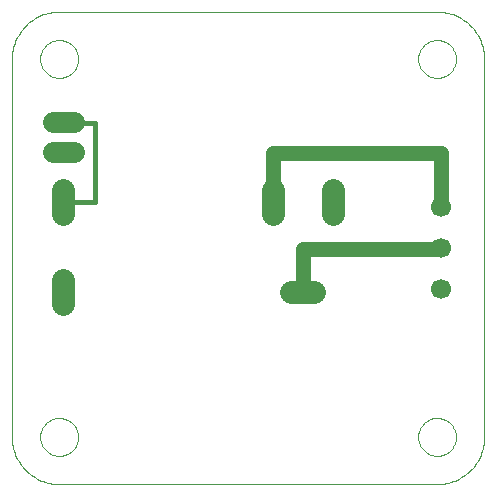
<source format=gbl>
G75*
G70*
%OFA0B0*%
%FSLAX24Y24*%
%IPPOS*%
%LPD*%
%AMOC8*
5,1,8,0,0,1.08239X$1,22.5*
%
%ADD10C,0.0780*%
%ADD11C,0.0709*%
%ADD12C,0.0669*%
%ADD13C,0.0000*%
%ADD14C,0.0160*%
%ADD15C,0.0500*%
D10*
X007309Y009433D02*
X007309Y010213D01*
X007309Y012433D02*
X007309Y013213D01*
X014309Y013213D02*
X014309Y012433D01*
X016309Y012433D02*
X016309Y013213D01*
X015699Y009823D02*
X014919Y009823D01*
D11*
X007684Y014486D02*
X006975Y014486D01*
X006975Y015486D02*
X007684Y015486D01*
D12*
X019919Y012671D03*
X019919Y011293D03*
X019919Y009915D03*
D13*
X005612Y004990D02*
X005612Y017589D01*
X006557Y017589D02*
X006559Y017639D01*
X006565Y017689D01*
X006575Y017738D01*
X006589Y017786D01*
X006606Y017833D01*
X006627Y017878D01*
X006652Y017922D01*
X006680Y017963D01*
X006712Y018002D01*
X006746Y018039D01*
X006783Y018073D01*
X006823Y018103D01*
X006865Y018130D01*
X006909Y018154D01*
X006955Y018175D01*
X007002Y018191D01*
X007050Y018204D01*
X007100Y018213D01*
X007149Y018218D01*
X007200Y018219D01*
X007250Y018216D01*
X007299Y018209D01*
X007348Y018198D01*
X007396Y018183D01*
X007442Y018165D01*
X007487Y018143D01*
X007530Y018117D01*
X007571Y018088D01*
X007610Y018056D01*
X007646Y018021D01*
X007678Y017983D01*
X007708Y017943D01*
X007735Y017900D01*
X007758Y017856D01*
X007777Y017810D01*
X007793Y017762D01*
X007805Y017713D01*
X007813Y017664D01*
X007817Y017614D01*
X007817Y017564D01*
X007813Y017514D01*
X007805Y017465D01*
X007793Y017416D01*
X007777Y017368D01*
X007758Y017322D01*
X007735Y017278D01*
X007708Y017235D01*
X007678Y017195D01*
X007646Y017157D01*
X007610Y017122D01*
X007571Y017090D01*
X007530Y017061D01*
X007487Y017035D01*
X007442Y017013D01*
X007396Y016995D01*
X007348Y016980D01*
X007299Y016969D01*
X007250Y016962D01*
X007200Y016959D01*
X007149Y016960D01*
X007100Y016965D01*
X007050Y016974D01*
X007002Y016987D01*
X006955Y017003D01*
X006909Y017024D01*
X006865Y017048D01*
X006823Y017075D01*
X006783Y017105D01*
X006746Y017139D01*
X006712Y017176D01*
X006680Y017215D01*
X006652Y017256D01*
X006627Y017300D01*
X006606Y017345D01*
X006589Y017392D01*
X006575Y017440D01*
X006565Y017489D01*
X006559Y017539D01*
X006557Y017589D01*
X005612Y017589D02*
X005614Y017666D01*
X005620Y017743D01*
X005629Y017820D01*
X005642Y017896D01*
X005659Y017972D01*
X005680Y018046D01*
X005704Y018120D01*
X005732Y018192D01*
X005763Y018262D01*
X005798Y018331D01*
X005836Y018399D01*
X005877Y018464D01*
X005922Y018527D01*
X005970Y018588D01*
X006020Y018647D01*
X006073Y018703D01*
X006129Y018756D01*
X006188Y018806D01*
X006249Y018854D01*
X006312Y018899D01*
X006377Y018940D01*
X006445Y018978D01*
X006514Y019013D01*
X006584Y019044D01*
X006656Y019072D01*
X006730Y019096D01*
X006804Y019117D01*
X006880Y019134D01*
X006956Y019147D01*
X007033Y019156D01*
X007110Y019162D01*
X007187Y019164D01*
X019785Y019164D01*
X019155Y017589D02*
X019157Y017639D01*
X019163Y017689D01*
X019173Y017738D01*
X019187Y017786D01*
X019204Y017833D01*
X019225Y017878D01*
X019250Y017922D01*
X019278Y017963D01*
X019310Y018002D01*
X019344Y018039D01*
X019381Y018073D01*
X019421Y018103D01*
X019463Y018130D01*
X019507Y018154D01*
X019553Y018175D01*
X019600Y018191D01*
X019648Y018204D01*
X019698Y018213D01*
X019747Y018218D01*
X019798Y018219D01*
X019848Y018216D01*
X019897Y018209D01*
X019946Y018198D01*
X019994Y018183D01*
X020040Y018165D01*
X020085Y018143D01*
X020128Y018117D01*
X020169Y018088D01*
X020208Y018056D01*
X020244Y018021D01*
X020276Y017983D01*
X020306Y017943D01*
X020333Y017900D01*
X020356Y017856D01*
X020375Y017810D01*
X020391Y017762D01*
X020403Y017713D01*
X020411Y017664D01*
X020415Y017614D01*
X020415Y017564D01*
X020411Y017514D01*
X020403Y017465D01*
X020391Y017416D01*
X020375Y017368D01*
X020356Y017322D01*
X020333Y017278D01*
X020306Y017235D01*
X020276Y017195D01*
X020244Y017157D01*
X020208Y017122D01*
X020169Y017090D01*
X020128Y017061D01*
X020085Y017035D01*
X020040Y017013D01*
X019994Y016995D01*
X019946Y016980D01*
X019897Y016969D01*
X019848Y016962D01*
X019798Y016959D01*
X019747Y016960D01*
X019698Y016965D01*
X019648Y016974D01*
X019600Y016987D01*
X019553Y017003D01*
X019507Y017024D01*
X019463Y017048D01*
X019421Y017075D01*
X019381Y017105D01*
X019344Y017139D01*
X019310Y017176D01*
X019278Y017215D01*
X019250Y017256D01*
X019225Y017300D01*
X019204Y017345D01*
X019187Y017392D01*
X019173Y017440D01*
X019163Y017489D01*
X019157Y017539D01*
X019155Y017589D01*
X019785Y019164D02*
X019862Y019162D01*
X019939Y019156D01*
X020016Y019147D01*
X020092Y019134D01*
X020168Y019117D01*
X020242Y019096D01*
X020316Y019072D01*
X020388Y019044D01*
X020458Y019013D01*
X020527Y018978D01*
X020595Y018940D01*
X020660Y018899D01*
X020723Y018854D01*
X020784Y018806D01*
X020843Y018756D01*
X020899Y018703D01*
X020952Y018647D01*
X021002Y018588D01*
X021050Y018527D01*
X021095Y018464D01*
X021136Y018399D01*
X021174Y018331D01*
X021209Y018262D01*
X021240Y018192D01*
X021268Y018120D01*
X021292Y018046D01*
X021313Y017972D01*
X021330Y017896D01*
X021343Y017820D01*
X021352Y017743D01*
X021358Y017666D01*
X021360Y017589D01*
X021360Y004990D01*
X019155Y004990D02*
X019157Y005040D01*
X019163Y005090D01*
X019173Y005139D01*
X019187Y005187D01*
X019204Y005234D01*
X019225Y005279D01*
X019250Y005323D01*
X019278Y005364D01*
X019310Y005403D01*
X019344Y005440D01*
X019381Y005474D01*
X019421Y005504D01*
X019463Y005531D01*
X019507Y005555D01*
X019553Y005576D01*
X019600Y005592D01*
X019648Y005605D01*
X019698Y005614D01*
X019747Y005619D01*
X019798Y005620D01*
X019848Y005617D01*
X019897Y005610D01*
X019946Y005599D01*
X019994Y005584D01*
X020040Y005566D01*
X020085Y005544D01*
X020128Y005518D01*
X020169Y005489D01*
X020208Y005457D01*
X020244Y005422D01*
X020276Y005384D01*
X020306Y005344D01*
X020333Y005301D01*
X020356Y005257D01*
X020375Y005211D01*
X020391Y005163D01*
X020403Y005114D01*
X020411Y005065D01*
X020415Y005015D01*
X020415Y004965D01*
X020411Y004915D01*
X020403Y004866D01*
X020391Y004817D01*
X020375Y004769D01*
X020356Y004723D01*
X020333Y004679D01*
X020306Y004636D01*
X020276Y004596D01*
X020244Y004558D01*
X020208Y004523D01*
X020169Y004491D01*
X020128Y004462D01*
X020085Y004436D01*
X020040Y004414D01*
X019994Y004396D01*
X019946Y004381D01*
X019897Y004370D01*
X019848Y004363D01*
X019798Y004360D01*
X019747Y004361D01*
X019698Y004366D01*
X019648Y004375D01*
X019600Y004388D01*
X019553Y004404D01*
X019507Y004425D01*
X019463Y004449D01*
X019421Y004476D01*
X019381Y004506D01*
X019344Y004540D01*
X019310Y004577D01*
X019278Y004616D01*
X019250Y004657D01*
X019225Y004701D01*
X019204Y004746D01*
X019187Y004793D01*
X019173Y004841D01*
X019163Y004890D01*
X019157Y004940D01*
X019155Y004990D01*
X019785Y003415D02*
X019862Y003417D01*
X019939Y003423D01*
X020016Y003432D01*
X020092Y003445D01*
X020168Y003462D01*
X020242Y003483D01*
X020316Y003507D01*
X020388Y003535D01*
X020458Y003566D01*
X020527Y003601D01*
X020595Y003639D01*
X020660Y003680D01*
X020723Y003725D01*
X020784Y003773D01*
X020843Y003823D01*
X020899Y003876D01*
X020952Y003932D01*
X021002Y003991D01*
X021050Y004052D01*
X021095Y004115D01*
X021136Y004180D01*
X021174Y004248D01*
X021209Y004317D01*
X021240Y004387D01*
X021268Y004459D01*
X021292Y004533D01*
X021313Y004607D01*
X021330Y004683D01*
X021343Y004759D01*
X021352Y004836D01*
X021358Y004913D01*
X021360Y004990D01*
X019785Y003416D02*
X007187Y003416D01*
X006557Y004990D02*
X006559Y005040D01*
X006565Y005090D01*
X006575Y005139D01*
X006589Y005187D01*
X006606Y005234D01*
X006627Y005279D01*
X006652Y005323D01*
X006680Y005364D01*
X006712Y005403D01*
X006746Y005440D01*
X006783Y005474D01*
X006823Y005504D01*
X006865Y005531D01*
X006909Y005555D01*
X006955Y005576D01*
X007002Y005592D01*
X007050Y005605D01*
X007100Y005614D01*
X007149Y005619D01*
X007200Y005620D01*
X007250Y005617D01*
X007299Y005610D01*
X007348Y005599D01*
X007396Y005584D01*
X007442Y005566D01*
X007487Y005544D01*
X007530Y005518D01*
X007571Y005489D01*
X007610Y005457D01*
X007646Y005422D01*
X007678Y005384D01*
X007708Y005344D01*
X007735Y005301D01*
X007758Y005257D01*
X007777Y005211D01*
X007793Y005163D01*
X007805Y005114D01*
X007813Y005065D01*
X007817Y005015D01*
X007817Y004965D01*
X007813Y004915D01*
X007805Y004866D01*
X007793Y004817D01*
X007777Y004769D01*
X007758Y004723D01*
X007735Y004679D01*
X007708Y004636D01*
X007678Y004596D01*
X007646Y004558D01*
X007610Y004523D01*
X007571Y004491D01*
X007530Y004462D01*
X007487Y004436D01*
X007442Y004414D01*
X007396Y004396D01*
X007348Y004381D01*
X007299Y004370D01*
X007250Y004363D01*
X007200Y004360D01*
X007149Y004361D01*
X007100Y004366D01*
X007050Y004375D01*
X007002Y004388D01*
X006955Y004404D01*
X006909Y004425D01*
X006865Y004449D01*
X006823Y004476D01*
X006783Y004506D01*
X006746Y004540D01*
X006712Y004577D01*
X006680Y004616D01*
X006652Y004657D01*
X006627Y004701D01*
X006606Y004746D01*
X006589Y004793D01*
X006575Y004841D01*
X006565Y004890D01*
X006559Y004940D01*
X006557Y004990D01*
X005612Y004990D02*
X005614Y004913D01*
X005620Y004836D01*
X005629Y004759D01*
X005642Y004683D01*
X005659Y004607D01*
X005680Y004533D01*
X005704Y004459D01*
X005732Y004387D01*
X005763Y004317D01*
X005798Y004248D01*
X005836Y004180D01*
X005877Y004115D01*
X005922Y004052D01*
X005970Y003991D01*
X006020Y003932D01*
X006073Y003876D01*
X006129Y003823D01*
X006188Y003773D01*
X006249Y003725D01*
X006312Y003680D01*
X006377Y003639D01*
X006445Y003601D01*
X006514Y003566D01*
X006584Y003535D01*
X006656Y003507D01*
X006730Y003483D01*
X006804Y003462D01*
X006880Y003445D01*
X006956Y003432D01*
X007033Y003423D01*
X007110Y003417D01*
X007187Y003415D01*
D14*
X007309Y012823D02*
X008372Y012823D01*
X008372Y015448D01*
X007329Y015448D01*
X007329Y015486D01*
D15*
X014327Y014463D02*
X014327Y012823D01*
X014309Y012823D01*
X015309Y011263D02*
X019919Y011263D01*
X019919Y011293D01*
X019919Y012671D02*
X019919Y014353D01*
X019924Y014353D01*
X019924Y014463D01*
X014327Y014463D01*
X015309Y011263D02*
X015309Y009823D01*
M02*

</source>
